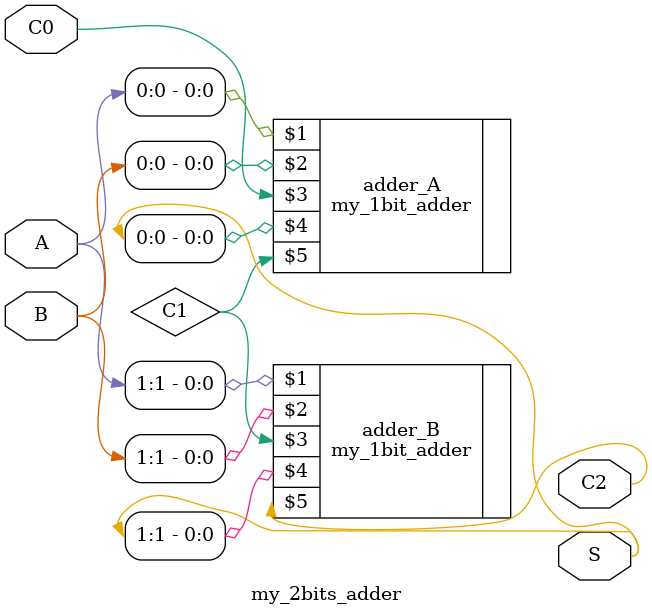
<source format=v>
`timescale 1ns / 1ps


module my_2bits_adder(
    input [1:0] A,
    input [1:0] B,
    input C0,
    output [1:0] S,
    output C2
    );
    
    wire C1;
    
    my_1bit_adder adder_A (A[0], B[0], C0, S[0], C1);
    my_1bit_adder adder_B (A[1], B[1], C1, S[1], C2);
endmodule

</source>
